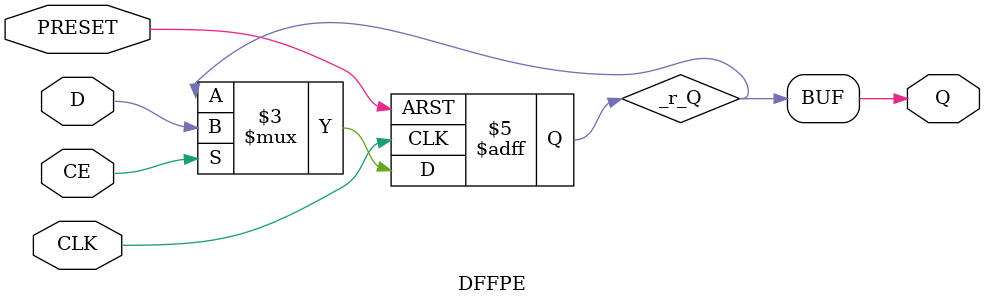
<source format=v>
`ifdef verilator3
`else
`timescale 1 ps / 1 ps
`endif

module DFFPE
#(
    parameter INIT = 1'b1
)
(
    input  PRESET,
    input  CLK,
    input  CE,
    input  D,
    output Q
);

    reg _r_Q;

    initial begin
        _r_Q = INIT;
    end

    always @(posedge PRESET or posedge CLK) begin
    
        if (PRESET) begin
            _r_Q <= 1'b1;
        end
        else if (CE) begin
            _r_Q <= D;
        end
    end

    assign Q = _r_Q;

endmodule

</source>
